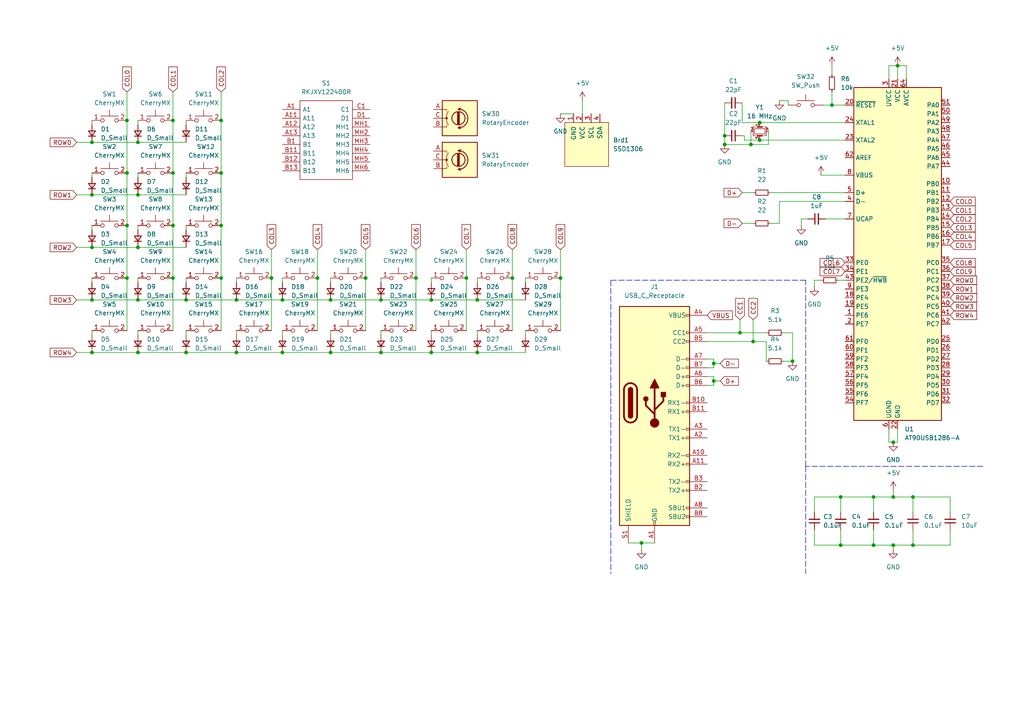
<source format=kicad_sch>
(kicad_sch (version 20211123) (generator eeschema)
  (paper "A4")
  (lib_symbols
    (symbol "CherryMX:CherryMX" (pin_names (offset 0.254))
      (property "Reference" "SW" (at 2.54 3.175 0))
      (property "Value" "CherryMX" (at 0 -1.905 0))
      (symbol "CherryMX_1_1"
        (pin passive line (at -5.08 0 0) (length 2.54) (name "~") (number "1"))
        (pin passive line (at 5.08 0 180) (length 2.54) (name "~") (number "2"))
      )
    )
    (symbol "Connector:USB_C_Receptacle" (pin_names (offset 1.016))
      (property "Reference" "J" (at -10.16 29.21 0))
      (property "Value" "USB_C_Receptacle" (at 10.16 29.21 0))
      (symbol "USB_C_Receptacle_1_1"
        (pin passive line (at 0 -40.64 90) (length 5.08) (name "GND") (number "A1"))
        (pin bidirectional line (at 15.24 -15.24 180) (length 5.08) (name "RX2-") (number "A10"))
        (pin bidirectional line (at 15.24 -17.78 180) (length 5.08) (name "RX2+") (number "A11"))
        (pin passive line (at 0 -40.64 90) (length 5.08) hide (name "GND") (number "A12"))
        (pin bidirectional line (at 15.24 -10.16 180) (length 5.08) (name "TX1+") (number "A2"))
        (pin bidirectional line (at 15.24 -7.62 180) (length 5.08) (name "TX1-") (number "A3"))
        (pin passive line (at 15.24 25.4 180) (length 5.08) (name "VBUS") (number "A4"))
        (pin bidirectional line (at 15.24 20.32 180) (length 5.08) (name "CC1") (number "A5"))
        (pin bidirectional line (at 15.24 7.62 180) (length 5.08) (name "D+") (number "A6"))
        (pin bidirectional line (at 15.24 12.7 180) (length 5.08) (name "D-") (number "A7"))
        (pin bidirectional line (at 15.24 -30.48 180) (length 5.08) (name "SBU1") (number "A8"))
        (pin passive line (at 15.24 25.4 180) (length 5.08) hide (name "VBUS") (number "A9"))
        (pin passive line (at 0 -40.64 90) (length 5.08) hide (name "GND") (number "B1"))
        (pin bidirectional line (at 15.24 0 180) (length 5.08) (name "RX1-") (number "B10"))
        (pin bidirectional line (at 15.24 -2.54 180) (length 5.08) (name "RX1+") (number "B11"))
        (pin passive line (at 0 -40.64 90) (length 5.08) hide (name "GND") (number "B12"))
        (pin bidirectional line (at 15.24 -25.4 180) (length 5.08) (name "TX2+") (number "B2"))
        (pin bidirectional line (at 15.24 -22.86 180) (length 5.08) (name "TX2-") (number "B3"))
        (pin passive line (at 15.24 25.4 180) (length 5.08) hide (name "VBUS") (number "B4"))
        (pin bidirectional line (at 15.24 17.78 180) (length 5.08) (name "CC2") (number "B5"))
        (pin bidirectional line (at 15.24 5.08 180) (length 5.08) (name "D+") (number "B6"))
        (pin bidirectional line (at 15.24 10.16 180) (length 5.08) (name "D-") (number "B7"))
        (pin bidirectional line (at 15.24 -33.02 180) (length 5.08) (name "SBU2") (number "B8"))
        (pin passive line (at 15.24 25.4 180) (length 5.08) hide (name "VBUS") (number "B9"))
        (pin passive line (at -7.62 -40.64 90) (length 5.08) (name "SHIELD") (number "S1"))
      )
    )
    (symbol "Device:C_Small" (pin_numbers hide) (pin_names (offset 0.254) hide)
      (property "Reference" "C" (at 0.254 1.778 0))
      (property "Value" "C_Small" (at 0.254 -2.032 0))
      (symbol "C_Small_1_1"
        (pin passive line (at 0 2.54 270) (length 2.032) (name "~") (number "1"))
        (pin passive line (at 0 -2.54 90) (length 2.032) (name "~") (number "2"))
      )
    )
    (symbol "Device:Crystal_GND24_Small" (pin_names (offset 1.016) hide)
      (property "Reference" "Y" (at 1.27 4.445 0))
      (property "Value" "Crystal_GND24_Small" (at 1.27 2.54 0))
      (symbol "Crystal_GND24_Small_1_1"
        (pin passive line (at -2.54 0 0) (length 1.27) (name "1") (number "1"))
        (pin passive line (at 0 -2.54 90) (length 0.635) (name "2") (number "2"))
        (pin passive line (at 2.54 0 180) (length 1.27) (name "3") (number "3"))
        (pin passive line (at 0 2.54 270) (length 0.635) (name "4") (number "4"))
      )
    )
    (symbol "Device:D_Small" (pin_numbers hide) (pin_names (offset 0.254) hide)
      (property "Reference" "D" (at -1.27 2.032 0))
      (property "Value" "D_Small" (at -3.81 -2.032 0))
      (symbol "D_Small_1_1"
        (pin passive line (at -2.54 0 0) (length 1.778) (name "K") (number "1"))
        (pin passive line (at 2.54 0 180) (length 1.778) (name "A") (number "2"))
      )
    )
    (symbol "Device:R_Small" (pin_numbers hide) (pin_names (offset 0.254) hide)
      (property "Reference" "R" (at 0.762 0.508 0))
      (property "Value" "R_Small" (at 0.762 -1.016 0))
      (symbol "R_Small_1_1"
        (pin passive line (at 0 2.54 270) (length 0.762) (name "~") (number "1"))
        (pin passive line (at 0 -2.54 90) (length 0.762) (name "~") (number "2"))
      )
    )
    (symbol "Device:RotaryEncoder" (pin_names (offset 0.254) hide)
      (property "Reference" "SW" (at 0 6.604 0))
      (property "Value" "RotaryEncoder" (at 0 -6.604 0))
      (symbol "RotaryEncoder_1_1"
        (pin passive line (at -7.62 2.54 0) (length 2.54) (name "A") (number "A"))
        (pin passive line (at -7.62 -2.54 0) (length 2.54) (name "B") (number "B"))
        (pin passive line (at -7.62 0 0) (length 2.54) (name "C") (number "C"))
      )
    )
    (symbol "MCU_Microchip_AVR:AT90USB1286-A"
      (property "Reference" "U" (at -12.7 49.53 0))
      (property "Value" "AT90USB1286-A" (at 2.54 -49.53 0))
      (symbol "AT90USB1286-A_1_1"
        (pin bidirectional line (at -15.24 -17.78 0) (length 2.54) (name "PE6") (number "1"))
        (pin bidirectional line (at 15.24 20.32 180) (length 2.54) (name "PB0") (number "10"))
        (pin bidirectional line (at 15.24 17.78 180) (length 2.54) (name "PB1") (number "11"))
        (pin bidirectional line (at 15.24 15.24 180) (length 2.54) (name "PB2") (number "12"))
        (pin bidirectional line (at 15.24 12.7 180) (length 2.54) (name "PB3") (number "13"))
        (pin bidirectional line (at 15.24 10.16 180) (length 2.54) (name "PB4") (number "14"))
        (pin bidirectional line (at 15.24 7.62 180) (length 2.54) (name "PB5") (number "15"))
        (pin bidirectional line (at 15.24 5.08 180) (length 2.54) (name "PB6") (number "16"))
        (pin bidirectional line (at 15.24 2.54 180) (length 2.54) (name "PB7") (number "17"))
        (pin bidirectional line (at -15.24 -12.7 0) (length 2.54) (name "PE4") (number "18"))
        (pin bidirectional line (at -15.24 -15.24 0) (length 2.54) (name "PE5") (number "19"))
        (pin bidirectional line (at -15.24 -20.32 0) (length 2.54) (name "PE7") (number "2"))
        (pin input line (at -15.24 43.18 0) (length 2.54) (name "~{RESET}") (number "20"))
        (pin power_in line (at 0 50.8 270) (length 2.54) (name "VCC") (number "21"))
        (pin power_in line (at 0 -50.8 90) (length 2.54) (name "GND") (number "22"))
        (pin output line (at -15.24 33.02 0) (length 2.54) (name "XTAL2") (number "23"))
        (pin input line (at -15.24 38.1 0) (length 2.54) (name "XTAL1") (number "24"))
        (pin bidirectional line (at 15.24 -25.4 180) (length 2.54) (name "PD0") (number "25"))
        (pin bidirectional line (at 15.24 -27.94 180) (length 2.54) (name "PD1") (number "26"))
        (pin bidirectional line (at 15.24 -30.48 180) (length 2.54) (name "PD2") (number "27"))
        (pin bidirectional line (at 15.24 -33.02 180) (length 2.54) (name "PD3") (number "28"))
        (pin bidirectional line (at 15.24 -35.56 180) (length 2.54) (name "PD4") (number "29"))
        (pin power_in line (at -2.54 50.8 270) (length 2.54) (name "UVCC") (number "3"))
        (pin bidirectional line (at 15.24 -38.1 180) (length 2.54) (name "PD5") (number "30"))
        (pin bidirectional line (at 15.24 -40.64 180) (length 2.54) (name "PD6") (number "31"))
        (pin bidirectional line (at 15.24 -43.18 180) (length 2.54) (name "PD7") (number "32"))
        (pin bidirectional line (at -15.24 -2.54 0) (length 2.54) (name "PE0") (number "33"))
        (pin bidirectional line (at -15.24 -5.08 0) (length 2.54) (name "PE1") (number "34"))
        (pin bidirectional line (at 15.24 -2.54 180) (length 2.54) (name "PC0") (number "35"))
        (pin bidirectional line (at 15.24 -5.08 180) (length 2.54) (name "PC1") (number "36"))
        (pin bidirectional line (at 15.24 -7.62 180) (length 2.54) (name "PC2") (number "37"))
        (pin bidirectional line (at 15.24 -10.16 180) (length 2.54) (name "PC3") (number "38"))
        (pin bidirectional line (at 15.24 -12.7 180) (length 2.54) (name "PC4") (number "39"))
        (pin bidirectional line (at -15.24 15.24 0) (length 2.54) (name "D-") (number "4"))
        (pin bidirectional line (at 15.24 -15.24 180) (length 2.54) (name "PC5") (number "40"))
        (pin bidirectional line (at 15.24 -17.78 180) (length 2.54) (name "PC6") (number "41"))
        (pin bidirectional line (at 15.24 -20.32 180) (length 2.54) (name "PC7") (number "42"))
        (pin bidirectional line (at -15.24 -7.62 0) (length 2.54) (name "PE2/~{HWB}") (number "43"))
        (pin bidirectional line (at 15.24 25.4 180) (length 2.54) (name "PA7") (number "44"))
        (pin bidirectional line (at 15.24 27.94 180) (length 2.54) (name "PA6") (number "45"))
        (pin bidirectional line (at 15.24 30.48 180) (length 2.54) (name "PA5") (number "46"))
        (pin bidirectional line (at 15.24 33.02 180) (length 2.54) (name "PA4") (number "47"))
        (pin bidirectional line (at 15.24 35.56 180) (length 2.54) (name "PA3") (number "48"))
        (pin bidirectional line (at 15.24 38.1 180) (length 2.54) (name "PA2") (number "49"))
        (pin bidirectional line (at -15.24 17.78 0) (length 2.54) (name "D+") (number "5"))
        (pin bidirectional line (at 15.24 40.64 180) (length 2.54) (name "PA1") (number "50"))
        (pin bidirectional line (at 15.24 43.18 180) (length 2.54) (name "PA0") (number "51"))
        (pin passive line (at 0 50.8 270) (length 2.54) hide (name "VCC") (number "52"))
        (pin passive line (at 0 -50.8 90) (length 2.54) hide (name "GND") (number "53"))
        (pin bidirectional line (at -15.24 -43.18 0) (length 2.54) (name "PF7") (number "54"))
        (pin bidirectional line (at -15.24 -40.64 0) (length 2.54) (name "PF6") (number "55"))
        (pin bidirectional line (at -15.24 -38.1 0) (length 2.54) (name "PF5") (number "56"))
        (pin bidirectional line (at -15.24 -35.56 0) (length 2.54) (name "PF4") (number "57"))
        (pin bidirectional line (at -15.24 -33.02 0) (length 2.54) (name "PF3") (number "58"))
        (pin bidirectional line (at -15.24 -30.48 0) (length 2.54) (name "PF2") (number "59"))
        (pin power_in line (at -2.54 -50.8 90) (length 2.54) (name "UGND") (number "6"))
        (pin bidirectional line (at -15.24 -27.94 0) (length 2.54) (name "PF1") (number "60"))
        (pin bidirectional line (at -15.24 -25.4 0) (length 2.54) (name "PF0") (number "61"))
        (pin passive line (at -15.24 27.94 0) (length 2.54) (name "AREF") (number "62"))
        (pin passive line (at 0 -50.8 90) (length 2.54) hide (name "GND") (number "63"))
        (pin power_in line (at 2.54 50.8 270) (length 2.54) (name "AVCC") (number "64"))
        (pin passive line (at -15.24 10.16 0) (length 2.54) (name "UCAP") (number "7"))
        (pin input line (at -15.24 22.86 0) (length 2.54) (name "VBUS") (number "8"))
        (pin bidirectional line (at -15.24 -10.16 0) (length 2.54) (name "PE3") (number "9"))
      )
    )
    (symbol "SSD1306-128x64_OLED:SSD1306" (pin_names (offset 1.016))
      (property "Reference" "Brd" (at 0 -3.81 0))
      (property "Value" "SSD1306" (at 0 -1.27 0))
      (symbol "SSD1306_1_1"
        (pin input line (at -3.81 8.89 270) (length 2.54) (name "GND") (number "1"))
        (pin input line (at -1.27 8.89 270) (length 2.54) (name "VCC") (number "2"))
        (pin input line (at 1.27 8.89 270) (length 2.54) (name "SCL") (number "3"))
        (pin input line (at 3.81 8.89 270) (length 2.54) (name "SDA") (number "4"))
      )
    )
    (symbol "SamacSys_Parts:RKJXV122400R" (pin_names (offset 0.762))
      (property "Reference" "S" (at 21.59 7.62 0))
      (property "Value" "RKJXV122400R" (at 21.59 5.08 0))
      (symbol "RKJXV122400R_0_0"
        (pin passive line (at 0 0 0) (length 5.08) (name "A1") (number "A1"))
        (pin passive line (at 0 -2.54 0) (length 5.08) (name "A11") (number "A11"))
        (pin passive line (at 0 -5.08 0) (length 5.08) (name "A12") (number "A12"))
        (pin passive line (at 0 -7.62 0) (length 5.08) (name "A13") (number "A13"))
        (pin passive line (at 0 -10.16 0) (length 5.08) (name "B1") (number "B1"))
        (pin passive line (at 0 -12.7 0) (length 5.08) (name "B11") (number "B11"))
        (pin passive line (at 0 -15.24 0) (length 5.08) (name "B12") (number "B12"))
        (pin passive line (at 0 -17.78 0) (length 5.08) (name "B13") (number "B13"))
        (pin passive line (at 25.4 0 180) (length 5.08) (name "C1") (number "C1"))
        (pin passive line (at 25.4 -2.54 180) (length 5.08) (name "D1") (number "D1"))
        (pin passive line (at 25.4 -5.08 180) (length 5.08) (name "MH1") (number "MH1"))
        (pin passive line (at 25.4 -7.62 180) (length 5.08) (name "MH2") (number "MH2"))
        (pin passive line (at 25.4 -10.16 180) (length 5.08) (name "MH3") (number "MH3"))
        (pin passive line (at 25.4 -12.7 180) (length 5.08) (name "MH4") (number "MH4"))
        (pin passive line (at 25.4 -15.24 180) (length 5.08) (name "MH5") (number "MH5"))
        (pin passive line (at 25.4 -17.78 180) (length 5.08) (name "MH6") (number "MH6"))
      )
    )
    (symbol "Switch:SW_Push" (pin_numbers hide) (pin_names (offset 1.016) hide)
      (property "Reference" "SW" (at 1.27 2.54 0))
      (property "Value" "SW_Push" (at 0 -1.524 0))
      (symbol "SW_Push_0_1"
        (pin passive line (at -5.08 0 0) (length 2.54) (name "1") (number "1"))
        (pin passive line (at 5.08 0 180) (length 2.54) (name "2") (number "2"))
      )
    )
    (symbol "power:+5V" (power) (pin_names (offset 0))
      (property "Value" "+5V" (at 0 3.556 0))
      (symbol "+5V_1_1"
        (pin power_in line (at 0 0 90) (length 0) hide (name "+5V") (number "1"))
      )
    )
    (symbol "power:GND" (power) (pin_names (offset 0))
      (property "Value" "GND" (at 0 -3.81 0))
      (symbol "GND_1_1"
        (pin power_in line (at 0 0 270) (length 0) hide (name "GND") (number "1"))
      )
    )
  )
  (junction (at 264.795 158.115))
  (junction (at 259.08 128.27))
  (junction (at 217.805 41.91))
  (junction (at 218.44 99.06))
  (junction (at 81.915 86.995))
  (junction (at 125.095 102.235))
  (junction (at 64.135 50.165))
  (junction (at 220.345 35.56))
  (junction (at 53.975 86.995))
  (junction (at 186.055 157.48))
  (junction (at 36.83 65.405))
  (junction (at 64.135 65.405))
  (junction (at 36.83 80.645))
  (junction (at 68.58 102.235))
  (junction (at 264.795 144.145))
  (junction (at 78.74 80.645))
  (junction (at 81.915 102.235))
  (junction (at 207.01 110.49))
  (junction (at 40.005 71.755))
  (junction (at 40.005 102.235))
  (junction (at 138.43 102.235))
  (junction (at 253.365 144.145))
  (junction (at 220.345 40.64))
  (junction (at 26.67 86.995))
  (junction (at 207.01 105.41))
  (junction (at 259.08 144.145))
  (junction (at 68.58 86.995))
  (junction (at 50.165 34.925))
  (junction (at 40.005 41.275))
  (junction (at 241.3 30.48))
  (junction (at 120.65 80.645))
  (junction (at 50.165 80.645))
  (junction (at 135.255 80.645))
  (junction (at 36.83 50.165))
  (junction (at 64.135 80.645))
  (junction (at 253.365 158.115))
  (junction (at 40.005 56.515))
  (junction (at 260.35 19.05))
  (junction (at 125.095 86.995))
  (junction (at 50.165 50.165))
  (junction (at 95.885 86.995))
  (junction (at 40.005 86.995))
  (junction (at 243.84 158.115))
  (junction (at 259.08 158.115))
  (junction (at 92.075 80.645))
  (junction (at 64.135 34.925))
  (junction (at 26.67 102.235))
  (junction (at 26.67 41.275))
  (junction (at 243.84 144.145))
  (junction (at 26.67 56.515))
  (junction (at 148.59 80.645))
  (junction (at 210.185 41.91))
  (junction (at 95.885 102.235))
  (junction (at 162.56 80.645))
  (junction (at 110.49 86.995))
  (junction (at 26.67 71.755))
  (junction (at 138.43 86.995))
  (junction (at 50.165 65.405))
  (junction (at 106.045 80.645))
  (junction (at 110.49 102.235))
  (junction (at 53.975 102.235))
  (junction (at 214.63 96.52))
  (junction (at 210.185 39.37))
  (junction (at 36.83 34.925))
  (junction (at 229.87 104.775))
  (wire (pts (xy 110.49 102.235) (xy 125.095 102.235)))
  (wire (pts (xy 260.35 128.27) (xy 259.08 128.27)))
  (wire (pts (xy 40.005 86.995) (xy 53.975 86.995)))
  (wire (pts (xy 81.915 95.885) (xy 81.915 97.155)))
  (wire (pts (xy 106.045 80.645) (xy 106.045 95.885)))
  (wire (pts (xy 245.11 50.8) (xy 238.125 50.8)))
  (wire (pts (xy 215.9 39.37) (xy 215.9 40.64)))
  (wire (pts (xy 232.41 63.5) (xy 232.41 65.405)))
  (wire (pts (xy 95.885 80.645) (xy 95.885 81.915)))
  (wire (pts (xy 210.185 29.845) (xy 210.185 39.37)))
  (wire (pts (xy 120.65 72.39) (xy 120.65 80.645)))
  (wire (pts (xy 205.105 96.52) (xy 214.63 96.52)))
  (wire (pts (xy 110.49 95.885) (xy 110.49 97.155)))
  (wire (pts (xy 106.045 72.39) (xy 106.045 80.645)))
  (wire (pts (xy 257.81 19.05) (xy 260.35 19.05)))
  (wire (pts (xy 215.265 39.37) (xy 215.9 39.37)))
  (wire (pts (xy 241.3 30.48) (xy 238.76 30.48)))
  (wire (pts (xy 227.33 96.52) (xy 229.87 96.52)))
  (wire (pts (xy 222.885 41.91) (xy 217.805 41.91)))
  (wire (pts (xy 264.795 158.115) (xy 264.795 153.67)))
  (wire (pts (xy 95.885 102.235) (xy 110.49 102.235)))
  (wire (pts (xy 22.225 71.755) (xy 26.67 71.755)))
  (wire (pts (xy 36.83 80.645) (xy 36.83 95.885)))
  (wire (pts (xy 214.63 92.71) (xy 214.63 96.52)))
  (wire (pts (xy 26.67 65.405) (xy 26.67 66.675)))
  (wire (pts (xy 253.365 144.145) (xy 253.365 148.59)))
  (wire (pts (xy 36.83 50.165) (xy 36.83 65.405)))
  (wire (pts (xy 207.01 110.49) (xy 207.01 111.76)))
  (wire (pts (xy 259.08 144.145) (xy 253.365 144.145)))
  (wire (pts (xy 228.6 30.48) (xy 228.6 29.21)))
  (wire (pts (xy 239.395 63.5) (xy 245.11 63.5)))
  (wire (pts (xy 26.67 102.235) (xy 40.005 102.235)))
  (wire (pts (xy 162.56 80.645) (xy 162.56 95.885)))
  (wire (pts (xy 217.805 38.1) (xy 217.805 41.91)))
  (wire (pts (xy 245.11 58.42) (xy 226.06 58.42)))
  (wire (pts (xy 205.105 99.06) (xy 218.44 99.06)))
  (wire (pts (xy 95.885 86.995) (xy 110.49 86.995)))
  (wire (pts (xy 210.185 39.37) (xy 210.185 41.91)))
  (wire (pts (xy 64.135 26.67) (xy 64.135 34.925)))
  (wire (pts (xy 125.095 95.885) (xy 125.095 97.155)))
  (polyline (pts (xy 233.68 81.28) (xy 177.165 81.28)))
  (wire (pts (xy 78.74 72.39) (xy 78.74 80.645)))
  (wire (pts (xy 22.225 41.275) (xy 26.67 41.275)))
  (wire (pts (xy 162.56 72.39) (xy 162.56 80.645)))
  (wire (pts (xy 81.915 102.235) (xy 95.885 102.235)))
  (wire (pts (xy 241.3 19.05) (xy 241.3 21.59)))
  (wire (pts (xy 243.205 81.28) (xy 245.11 81.28)))
  (wire (pts (xy 68.58 80.645) (xy 68.58 81.915)))
  (wire (pts (xy 26.67 41.275) (xy 40.005 41.275)))
  (wire (pts (xy 50.165 80.645) (xy 50.165 95.885)))
  (wire (pts (xy 40.005 71.755) (xy 53.975 71.755)))
  (wire (pts (xy 53.975 95.885) (xy 53.975 97.155)))
  (wire (pts (xy 257.81 124.46) (xy 257.81 128.27)))
  (wire (pts (xy 260.35 19.05) (xy 260.35 22.86)))
  (wire (pts (xy 148.59 72.39) (xy 148.59 80.645)))
  (wire (pts (xy 50.165 26.67) (xy 50.165 34.925)))
  (wire (pts (xy 257.81 22.86) (xy 257.81 19.05)))
  (wire (pts (xy 236.22 81.28) (xy 236.22 83.185)))
  (wire (pts (xy 215.265 55.88) (xy 218.44 55.88)))
  (wire (pts (xy 168.91 29.21) (xy 168.91 33.02)))
  (polyline (pts (xy 285.115 135.255) (xy 233.68 135.255)))
  (wire (pts (xy 53.975 34.925) (xy 53.975 36.195)))
  (wire (pts (xy 26.67 71.755) (xy 40.005 71.755)))
  (wire (pts (xy 92.075 72.39) (xy 92.075 80.645)))
  (wire (pts (xy 205.105 111.76) (xy 207.01 111.76)))
  (wire (pts (xy 162.56 33.02) (xy 166.37 33.02)))
  (wire (pts (xy 53.975 50.165) (xy 53.975 51.435)))
  (wire (pts (xy 40.005 80.645) (xy 40.005 81.915)))
  (wire (pts (xy 223.52 64.77) (xy 226.06 64.77)))
  (wire (pts (xy 186.055 157.48) (xy 189.865 157.48)))
  (wire (pts (xy 264.795 144.145) (xy 264.795 148.59)))
  (wire (pts (xy 205.105 104.14) (xy 207.01 104.14)))
  (wire (pts (xy 68.58 95.885) (xy 68.58 97.155)))
  (wire (pts (xy 215.265 64.77) (xy 218.44 64.77)))
  (wire (pts (xy 222.885 38.1) (xy 222.885 41.91)))
  (wire (pts (xy 138.43 95.885) (xy 138.43 97.155)))
  (wire (pts (xy 26.67 50.165) (xy 26.67 51.435)))
  (polyline (pts (xy 233.68 135.255) (xy 233.68 81.28)))
  (wire (pts (xy 22.225 56.515) (xy 26.67 56.515)))
  (polyline (pts (xy 233.68 135.255) (xy 233.68 166.37)))
  (wire (pts (xy 241.3 26.67) (xy 241.3 30.48)))
  (wire (pts (xy 26.67 34.925) (xy 26.67 36.195)))
  (wire (pts (xy 264.795 144.145) (xy 275.59 144.145)))
  (wire (pts (xy 53.975 86.995) (xy 68.58 86.995)))
  (wire (pts (xy 253.365 144.145) (xy 243.84 144.145)))
  (wire (pts (xy 236.22 144.145) (xy 236.22 148.59)))
  (wire (pts (xy 259.08 158.115) (xy 264.795 158.115)))
  (wire (pts (xy 95.885 95.885) (xy 95.885 97.155)))
  (wire (pts (xy 26.67 80.645) (xy 26.67 81.915)))
  (wire (pts (xy 36.83 34.925) (xy 36.83 50.165)))
  (wire (pts (xy 215.9 40.64) (xy 220.345 40.64)))
  (wire (pts (xy 207.01 105.41) (xy 208.915 105.41)))
  (wire (pts (xy 125.095 86.995) (xy 138.43 86.995)))
  (wire (pts (xy 120.65 80.645) (xy 120.65 95.885)))
  (wire (pts (xy 220.345 35.56) (xy 245.11 35.56)))
  (wire (pts (xy 222.25 99.06) (xy 222.25 104.775)))
  (wire (pts (xy 243.84 158.115) (xy 236.22 158.115)))
  (wire (pts (xy 152.4 95.885) (xy 152.4 97.155)))
  (wire (pts (xy 253.365 158.115) (xy 259.08 158.115)))
  (wire (pts (xy 229.87 96.52) (xy 229.87 104.775)))
  (wire (pts (xy 50.165 65.405) (xy 50.165 80.645)))
  (wire (pts (xy 40.005 50.165) (xy 40.005 51.435)))
  (wire (pts (xy 260.35 124.46) (xy 260.35 128.27)))
  (wire (pts (xy 81.915 80.645) (xy 81.915 81.915)))
  (wire (pts (xy 227.33 104.775) (xy 229.87 104.775)))
  (wire (pts (xy 243.84 144.145) (xy 236.22 144.145)))
  (wire (pts (xy 50.165 34.925) (xy 50.165 50.165)))
  (wire (pts (xy 135.255 72.39) (xy 135.255 80.645)))
  (wire (pts (xy 264.795 158.115) (xy 275.59 158.115)))
  (wire (pts (xy 262.89 19.05) (xy 260.35 19.05)))
  (wire (pts (xy 243.84 153.67) (xy 243.84 158.115)))
  (wire (pts (xy 262.89 22.86) (xy 262.89 19.05)))
  (wire (pts (xy 205.105 109.22) (xy 207.01 109.22)))
  (wire (pts (xy 214.63 96.52) (xy 222.25 96.52)))
  (wire (pts (xy 138.43 102.235) (xy 152.4 102.235)))
  (wire (pts (xy 53.975 65.405) (xy 53.975 66.675)))
  (wire (pts (xy 218.44 99.06) (xy 222.25 99.06)))
  (wire (pts (xy 218.44 92.71) (xy 218.44 99.06)))
  (wire (pts (xy 182.245 157.48) (xy 186.055 157.48)))
  (wire (pts (xy 22.225 102.235) (xy 26.67 102.235)))
  (wire (pts (xy 36.83 26.67) (xy 36.83 34.925)))
  (wire (pts (xy 36.83 65.405) (xy 36.83 80.645)))
  (wire (pts (xy 275.59 158.115) (xy 275.59 153.67)))
  (wire (pts (xy 215.265 29.845) (xy 215.265 35.56)))
  (wire (pts (xy 81.915 86.995) (xy 95.885 86.995)))
  (wire (pts (xy 259.08 142.24) (xy 259.08 144.145)))
  (wire (pts (xy 50.165 50.165) (xy 50.165 65.405)))
  (wire (pts (xy 228.6 29.21) (xy 226.06 29.21)))
  (wire (pts (xy 257.81 128.27) (xy 259.08 128.27)))
  (wire (pts (xy 26.67 95.885) (xy 26.67 97.155)))
  (wire (pts (xy 64.135 50.165) (xy 64.135 65.405)))
  (wire (pts (xy 26.67 86.995) (xy 40.005 86.995)))
  (wire (pts (xy 220.345 40.64) (xy 245.11 40.64)))
  (wire (pts (xy 40.005 102.235) (xy 53.975 102.235)))
  (wire (pts (xy 68.58 102.235) (xy 81.915 102.235)))
  (wire (pts (xy 253.365 158.115) (xy 253.365 153.67)))
  (wire (pts (xy 138.43 86.995) (xy 152.4 86.995)))
  (wire (pts (xy 226.06 58.42) (xy 226.06 64.77)))
  (wire (pts (xy 207.01 104.14) (xy 207.01 105.41)))
  (wire (pts (xy 234.315 63.5) (xy 232.41 63.5)))
  (wire (pts (xy 259.08 144.145) (xy 264.795 144.145)))
  (polyline (pts (xy 177.165 81.28) (xy 177.165 166.37)))
  (wire (pts (xy 40.005 41.275) (xy 53.975 41.275)))
  (wire (pts (xy 275.59 144.145) (xy 275.59 148.59)))
  (wire (pts (xy 26.67 56.515) (xy 40.005 56.515)))
  (wire (pts (xy 68.58 86.995) (xy 81.915 86.995)))
  (wire (pts (xy 152.4 80.645) (xy 152.4 81.915)))
  (wire (pts (xy 40.005 95.885) (xy 40.005 97.155)))
  (wire (pts (xy 53.975 80.645) (xy 53.975 81.915)))
  (wire (pts (xy 64.135 65.405) (xy 64.135 80.645)))
  (wire (pts (xy 148.59 80.645) (xy 148.59 95.885)))
  (wire (pts (xy 243.84 158.115) (xy 253.365 158.115)))
  (wire (pts (xy 138.43 80.645) (xy 138.43 81.915)))
  (wire (pts (xy 40.005 56.515) (xy 53.975 56.515)))
  (wire (pts (xy 207.01 110.49) (xy 208.915 110.49)))
  (wire (pts (xy 236.22 158.115) (xy 236.22 153.67)))
  (wire (pts (xy 238.125 81.28) (xy 236.22 81.28)))
  (wire (pts (xy 243.84 144.145) (xy 243.84 148.59)))
  (wire (pts (xy 207.01 105.41) (xy 207.01 106.68)))
  (wire (pts (xy 64.135 34.925) (xy 64.135 50.165)))
  (wire (pts (xy 92.075 80.645) (xy 92.075 95.885)))
  (wire (pts (xy 125.095 80.645) (xy 125.095 81.915)))
  (wire (pts (xy 40.005 34.925) (xy 40.005 36.195)))
  (wire (pts (xy 207.01 109.22) (xy 207.01 110.49)))
  (wire (pts (xy 64.135 80.645) (xy 64.135 95.885)))
  (wire (pts (xy 223.52 55.88) (xy 245.11 55.88)))
  (wire (pts (xy 217.805 41.91) (xy 210.185 41.91)))
  (wire (pts (xy 110.49 86.995) (xy 125.095 86.995)))
  (wire (pts (xy 241.3 30.48) (xy 245.11 30.48)))
  (wire (pts (xy 40.005 65.405) (xy 40.005 66.675)))
  (wire (pts (xy 215.265 35.56) (xy 220.345 35.56)))
  (wire (pts (xy 186.055 157.48) (xy 186.055 159.385)))
  (wire (pts (xy 125.095 102.235) (xy 138.43 102.235)))
  (wire (pts (xy 259.08 158.115) (xy 259.08 159.385)))
  (wire (pts (xy 135.255 80.645) (xy 135.255 95.885)))
  (wire (pts (xy 22.225 86.995) (xy 26.67 86.995)))
  (wire (pts (xy 110.49 80.645) (xy 110.49 81.915)))
  (wire (pts (xy 207.01 106.68) (xy 205.105 106.68)))
  (wire (pts (xy 78.74 80.645) (xy 78.74 95.885)))
  (wire (pts (xy 53.975 102.235) (xy 68.58 102.235)))
  (global_label "ROW4" (shape input) (at 22.225 102.235 180) (property "Intersheet References" "${INTERSHEET_REFS}" (effects hide)))
  (global_label "ROW2" (shape input) (at 275.59 86.36 0) (property "Intersheet References" "${INTERSHEET_REFS}" (effects hide)))
  (global_label "COL3" (shape input) (at 275.59 66.04 0) (property "Intersheet References" "${INTERSHEET_REFS}" (effects hide)))
  (global_label "COL9" (shape input) (at 275.59 78.74 0) (property "Intersheet References" "${INTERSHEET_REFS}" (effects hide)))
  (global_label "COL4" (shape input) (at 275.59 68.58 0) (property "Intersheet References" "${INTERSHEET_REFS}" (effects hide)))
  (global_label "COL9" (shape input) (at 162.56 72.39 90) (property "Intersheet References" "${INTERSHEET_REFS}" (effects hide)))
  (global_label "COL1" (shape input) (at 275.59 60.96 0) (property "Intersheet References" "${INTERSHEET_REFS}" (effects hide)))
  (global_label "COL6" (shape input) (at 120.65 72.39 90) (property "Intersheet References" "${INTERSHEET_REFS}" (effects hide)))
  (global_label "VBUS" (shape input) (at 205.105 91.44 0) (property "Intersheet References" "${INTERSHEET_REFS}" (effects hide)))
  (global_label "COL2" (shape input) (at 64.135 26.67 90) (property "Intersheet References" "${INTERSHEET_REFS}" (effects hide)))
  (global_label "ROW0" (shape input) (at 22.225 41.275 180) (property "Intersheet References" "${INTERSHEET_REFS}" (effects hide)))
  (global_label "D-" (shape input) (at 215.265 64.77 180) (property "Intersheet References" "${INTERSHEET_REFS}" (effects hide)))
  (global_label "D+" (shape input) (at 215.265 55.88 180) (property "Intersheet References" "${INTERSHEET_REFS}" (effects hide)))
  (global_label "COL0" (shape input) (at 36.83 26.67 90) (property "Intersheet References" "${INTERSHEET_REFS}" (effects hide)))
  (global_label "ROW3" (shape input) (at 275.59 88.9 0) (property "Intersheet References" "${INTERSHEET_REFS}" (effects hide)))
  (global_label "COL4" (shape input) (at 92.075 72.39 90) (property "Intersheet References" "${INTERSHEET_REFS}" (effects hide)))
  (global_label "COL0" (shape input) (at 275.59 58.42 0) (property "Intersheet References" "${INTERSHEET_REFS}" (effects hide)))
  (global_label "D-" (shape input) (at 208.915 105.41 0) (property "Intersheet References" "${INTERSHEET_REFS}" (effects hide)))
  (global_label "COL7" (shape input) (at 245.11 78.74 180) (property "Intersheet References" "${INTERSHEET_REFS}" (effects hide)))
  (global_label "ROW3" (shape input) (at 22.225 86.995 180) (property "Intersheet References" "${INTERSHEET_REFS}" (effects hide)))
  (global_label "COL6" (shape input) (at 245.11 76.2 180) (property "Intersheet References" "${INTERSHEET_REFS}" (effects hide)))
  (global_label "CC2" (shape input) (at 218.44 92.71 90) (property "Intersheet References" "${INTERSHEET_REFS}" (effects hide)))
  (global_label "COL8" (shape input) (at 148.59 72.39 90) (property "Intersheet References" "${INTERSHEET_REFS}" (effects hide)))
  (global_label "D+" (shape input) (at 208.915 110.49 0) (property "Intersheet References" "${INTERSHEET_REFS}" (effects hide)))
  (global_label "COL7" (shape input) (at 135.255 72.39 90) (property "Intersheet References" "${INTERSHEET_REFS}" (effects hide)))
  (global_label "COL2" (shape input) (at 275.59 63.5 0) (property "Intersheet References" "${INTERSHEET_REFS}" (effects hide)))
  (global_label "COL5" (shape input) (at 106.045 72.39 90) (property "Intersheet References" "${INTERSHEET_REFS}" (effects hide)))
  (global_label "ROW1" (shape input) (at 22.225 56.515 180) (property "Intersheet References" "${INTERSHEET_REFS}" (effects hide)))
  (global_label "ROW0" (shape input) (at 275.59 81.28 0) (property "Intersheet References" "${INTERSHEET_REFS}" (effects hide)))
  (global_label "ROW4" (shape input) (at 275.59 91.44 0) (property "Intersheet References" "${INTERSHEET_REFS}" (effects hide)))
  (global_label "COL5" (shape input) (at 275.59 71.12 0) (property "Intersheet References" "${INTERSHEET_REFS}" (effects hide)))
  (global_label "ROW1" (shape input) (at 275.59 83.82 0) (property "Intersheet References" "${INTERSHEET_REFS}" (effects hide)))
  (global_label "COL3" (shape input) (at 78.74 72.39 90) (property "Intersheet References" "${INTERSHEET_REFS}" (effects hide)))
  (global_label "CC1" (shape input) (at 214.63 92.71 90) (property "Intersheet References" "${INTERSHEET_REFS}" (effects hide)))
  (global_label "COL8" (shape input) (at 275.59 76.2 0) (property "Intersheet References" "${INTERSHEET_REFS}" (effects hide)))
  (global_label "COL1" (shape input) (at 50.165 26.67 90) (property "Intersheet References" "${INTERSHEET_REFS}" (effects hide)))
  (global_label "ROW2" (shape input) (at 22.225 71.755 180) (property "Intersheet References" "${INTERSHEET_REFS}" (effects hide)))
  (symbol (lib_id "Device:C_Small") (at 212.725 29.845 270) (unit 1)
    (property "Reference" "C1" (at 212.7186 23.495 90))
    (property "Value" "22pF" (at 212.7186 26.035 90))
    (property "Footprint" "Capacitor_SMD:C_0805_2012Metric" (effects hide))
  )
  (symbol (lib_id "CherryMX:CherryMX") (at 157.48 95.885 0) (unit 1)
    (property "Reference" "SW29" (at 157.48 88.265 0))
    (property "Value" "CherryMX" (at 157.48 90.805 0))
    (property "Footprint" "MX_Only:MXOnly-1U" (effects hide))
  )
  (symbol (lib_id "CherryMX:CherryMX") (at 45.085 95.885 0) (unit 1)
    (property "Reference" "SW10" (at 45.085 88.265 0))
    (property "Value" "CherryMX" (at 45.085 90.805 0))
    (property "Footprint" "MX_Only:MXOnly-1U" (effects hide))
  )
  (symbol (lib_id "CherryMX:CherryMX") (at 143.51 95.885 0) (unit 1)
    (property "Reference" "SW27" (at 143.51 88.265 0))
    (property "Value" "CherryMX" (at 143.51 90.805 0))
    (property "Footprint" "MX_Only:MXOnly-1U" (effects hide))
  )
  (symbol (lib_id "Device:R_Small") (at 220.98 64.77 90) (unit 1)
    (property "Reference" "R2" (at 220.98 58.42 90))
    (property "Value" "22" (at 220.98 60.96 90))
    (property "Footprint" "Resistor_SMD:R_0805_2012Metric" (effects hide))
  )
  (symbol (lib_id "CherryMX:CherryMX") (at 100.965 95.885 0) (unit 1)
    (property "Reference" "SW21" (at 100.965 88.265 0))
    (property "Value" "CherryMX" (at 100.965 90.805 0))
    (property "Footprint" "MX_Only:MXOnly-1U" (effects hide))
  )
  (symbol (lib_id "CherryMX:CherryMX") (at 31.75 95.885 0) (unit 1)
    (property "Reference" "SW5" (at 31.75 88.265 0))
    (property "Value" "CherryMX" (at 31.75 90.805 0))
    (property "Footprint" "MX_Only:MXOnly-1U" (effects hide))
  )
  (symbol (lib_id "power:+5V") (at 260.35 19.05 0) (unit 1)
    (property "Reference" "#PWR0103" (effects hide))
    (property "Value" "+5V" (at 260.35 13.97 0))
  )
  (symbol (lib_id "Connector:USB_C_Receptacle") (at 189.865 116.84 0) (unit 1)
    (property "Reference" "J1" (at 189.865 83.185 0))
    (property "Value" "USB_C_Receptacle" (at 189.865 85.725 0))
    (property "Footprint" "Connector_USB:USB_C_Receptacle_Amphenol_12401548E4-2A" (effects hide))
    (property "Datasheet" "https://www.usb.org/sites/default/files/documents/usb_type-c.zip" (effects hide))
  )
  (symbol (lib_id "CherryMX:CherryMX") (at 115.57 80.645 0) (unit 1)
    (property "Reference" "SW22" (at 115.57 73.025 0))
    (property "Value" "CherryMX" (at 115.57 75.565 0))
    (property "Footprint" "MX_Only:MXOnly-1U" (effects hide))
  )
  (symbol (lib_id "CherryMX:CherryMX") (at 59.055 95.885 0) (unit 1)
    (property "Reference" "SW15" (at 59.055 88.265 0))
    (property "Value" "CherryMX" (at 59.055 90.805 0))
    (property "Footprint" "MX_Only:MXOnly-1U" (effects hide))
  )
  (symbol (lib_id "power:GND") (at 259.08 128.27 0) (unit 1)
    (property "Reference" "#PWR0104" (effects hide))
    (property "Value" "GND" (at 259.08 133.35 0))
  )
  (symbol (lib_id "power:GND") (at 229.87 104.775 0) (unit 1)
    (property "Reference" "#PWR0111" (effects hide))
    (property "Value" "GND" (at 229.87 109.855 0))
  )
  (symbol (lib_id "Device:C_Small") (at 236.22 151.13 180) (unit 1)
    (property "Reference" "C3" (at 238.76 149.8535 0) (effects (justify right)))
    (property "Value" "0.1uF" (at 238.76 152.3935 0) (effects (justify right)))
    (property "Footprint" "Capacitor_SMD:C_0805_2012Metric" (effects hide))
  )
  (symbol (lib_id "Device:D_Small") (at 53.975 53.975 90) (unit 1)
    (property "Reference" "D12" (at 56.515 52.7049 90) (effects (justify right)))
    (property "Value" "D_Small" (at 56.515 55.2449 90) (effects (justify right)))
    (property "Footprint" "Diode_SMD:D_SOD-123" (effects hide))
  )
  (symbol (lib_id "Device:C_Small") (at 264.795 151.13 180) (unit 1)
    (property "Reference" "C6" (at 267.97 149.8535 0) (effects (justify right)))
    (property "Value" "0.1uF" (at 267.97 152.3935 0) (effects (justify right)))
    (property "Footprint" "Capacitor_SMD:C_0805_2012Metric" (effects hide))
  )
  (symbol (lib_id "Device:D_Small") (at 53.975 38.735 90) (unit 1)
    (property "Reference" "D11" (at 56.515 37.4649 90) (effects (justify right)))
    (property "Value" "D_Small" (at 56.515 40.0049 90) (effects (justify right)))
    (property "Footprint" "Diode_SMD:D_SOD-123" (effects hide))
  )
  (symbol (lib_id "Device:Crystal_GND24_Small") (at 220.345 38.1 270) (unit 1)
    (property "Reference" "Y1" (at 220.345 31.115 90))
    (property "Value" "16 MHz" (at 220.345 33.655 90))
    (property "Footprint" "Crystal:Crystal_SMD_3225-4Pin_3.2x2.5mm" (effects hide))
  )
  (symbol (lib_id "Device:D_Small") (at 125.095 99.695 90) (unit 1)
    (property "Reference" "D25" (at 127.635 98.4249 90) (effects (justify right)))
    (property "Value" "D_Small" (at 127.635 100.9649 90) (effects (justify right)))
    (property "Footprint" "Diode_SMD:D_SOD-123" (effects hide))
  )
  (symbol (lib_id "Device:D_Small") (at 81.915 99.695 90) (unit 1)
    (property "Reference" "D19" (at 84.455 98.4249 90) (effects (justify right)))
    (property "Value" "D_Small" (at 84.455 100.9649 90) (effects (justify right)))
    (property "Footprint" "Diode_SMD:D_SOD-123" (effects hide))
  )
  (symbol (lib_id "Device:D_Small") (at 125.095 84.455 90) (unit 1)
    (property "Reference" "D24" (at 127.635 83.1849 90) (effects (justify right)))
    (property "Value" "D_Small" (at 127.635 85.7249 90) (effects (justify right)))
    (property "Footprint" "Diode_SMD:D_SOD-123" (effects hide))
  )
  (symbol (lib_id "Device:R_Small") (at 241.3 24.13 0) (unit 1)
    (property "Reference" "R6" (at 243.84 22.8599 0) (effects (justify left)))
    (property "Value" "10k" (at 243.84 25.3999 0) (effects (justify left)))
    (property "Footprint" "Resistor_SMD:R_0805_2012Metric" (effects hide))
  )
  (symbol (lib_id "Device:D_Small") (at 81.915 84.455 90) (unit 1)
    (property "Reference" "D18" (at 84.455 83.1849 90) (effects (justify right)))
    (property "Value" "D_Small" (at 84.455 85.7249 90) (effects (justify right)))
    (property "Footprint" "Diode_SMD:D_SOD-123" (effects hide))
  )
  (symbol (lib_id "power:GND") (at 226.06 29.21 0) (unit 1)
    (property "Reference" "#PWR0102" (effects hide))
    (property "Value" "GND" (at 226.06 34.29 0))
  )
  (symbol (lib_id "Device:D_Small") (at 138.43 99.695 90) (unit 1)
    (property "Reference" "D27" (at 140.97 98.4249 90) (effects (justify right)))
    (property "Value" "D_Small" (at 140.97 100.9649 90) (effects (justify right)))
    (property "Footprint" "Diode_SMD:D_SOD-123" (effects hide))
  )
  (symbol (lib_id "CherryMX:CherryMX") (at 45.085 65.405 0) (unit 1)
    (property "Reference" "SW8" (at 45.085 57.785 0))
    (property "Value" "CherryMX" (at 45.085 60.325 0))
    (property "Footprint" "MX_Only:MXOnly-1U" (effects hide))
  )
  (symbol (lib_id "Device:C_Small") (at 253.365 151.13 180) (unit 1)
    (property "Reference" "C5" (at 256.54 149.8535 0) (effects (justify right)))
    (property "Value" "0.1uF" (at 256.54 152.3935 0) (effects (justify right)))
    (property "Footprint" "Capacitor_SMD:C_0805_2012Metric" (effects hide))
  )
  (symbol (lib_id "power:+5V") (at 168.91 29.21 0) (unit 1)
    (property "Reference" "#PWR0113" (effects hide))
    (property "Value" "+5V" (at 168.91 24.13 0))
  )
  (symbol (lib_id "Device:D_Small") (at 110.49 99.695 90) (unit 1)
    (property "Reference" "D23" (at 113.03 98.4249 90) (effects (justify right)))
    (property "Value" "D_Small" (at 113.03 100.9649 90) (effects (justify right)))
    (property "Footprint" "Diode_SMD:D_SOD-123" (effects hide))
  )
  (symbol (lib_id "power:+5V") (at 238.125 50.8 0) (unit 1)
    (property "Reference" "#PWR0107" (effects hide))
    (property "Value" "+5V" (at 238.125 45.72 0))
  )
  (symbol (lib_id "Device:D_Small") (at 152.4 99.695 90) (unit 1)
    (property "Reference" "D29" (at 154.94 98.4249 90) (effects (justify right)))
    (property "Value" "D_Small" (at 154.94 100.9649 90) (effects (justify right)))
    (property "Footprint" "Diode_SMD:D_SOD-123" (effects hide))
  )
  (symbol (lib_id "CherryMX:CherryMX") (at 59.055 65.405 0) (unit 1)
    (property "Reference" "SW13" (at 59.055 57.785 0))
    (property "Value" "CherryMX" (at 59.055 60.325 0))
    (property "Footprint" "MX_Only:MXOnly-1U" (effects hide))
  )
  (symbol (lib_id "Device:D_Small") (at 40.005 99.695 90) (unit 1)
    (property "Reference" "D10" (at 42.545 98.4249 90) (effects (justify right)))
    (property "Value" "D_Small" (at 42.545 100.9649 90) (effects (justify right)))
    (property "Footprint" "Diode_SMD:D_SOD-123" (effects hide))
  )
  (symbol (lib_id "power:GND") (at 210.185 41.91 0) (unit 1)
    (property "Reference" "#PWR0110" (effects hide))
    (property "Value" "GND" (at 210.185 46.99 0))
  )
  (symbol (lib_id "power:GND") (at 186.055 159.385 0) (unit 1)
    (property "Reference" "#PWR0112" (effects hide))
    (property "Value" "GND" (at 186.055 164.465 0))
  )
  (symbol (lib_id "power:GND") (at 236.22 83.185 0) (unit 1)
    (property "Reference" "#PWR0108" (effects hide))
    (property "Value" "GND" (at 236.22 88.265 0))
  )
  (symbol (lib_id "CherryMX:CherryMX") (at 31.75 34.925 0) (unit 1)
    (property "Reference" "SW1" (at 31.75 27.305 0))
    (property "Value" "CherryMX" (at 31.75 29.845 0))
    (property "Footprint" "MX_Only:MXOnly-1U" (effects hide))
  )
  (symbol (lib_id "Device:D_Small") (at 26.67 38.735 90) (unit 1)
    (property "Reference" "D1" (at 29.21 37.4649 90) (effects (justify right)))
    (property "Value" "D_Small" (at 29.21 40.0049 90) (effects (justify right)))
    (property "Footprint" "Diode_SMD:D_SOD-123" (effects hide))
  )
  (symbol (lib_id "CherryMX:CherryMX") (at 73.66 95.885 0) (unit 1)
    (property "Reference" "SW17" (at 73.66 88.265 0))
    (property "Value" "CherryMX" (at 73.66 90.805 0))
    (property "Footprint" "MX_Only:MXOnly-1U" (effects hide))
  )
  (symbol (lib_id "power:GND") (at 259.08 159.385 0) (unit 1)
    (property "Reference" "#PWR0106" (effects hide))
    (property "Value" "GND" (at 259.08 164.465 0))
  )
  (symbol (lib_id "Device:D_Small") (at 40.005 69.215 90) (unit 1)
    (property "Reference" "D8" (at 42.545 67.9449 90) (effects (justify right)))
    (property "Value" "D_Small" (at 42.545 70.4849 90) (effects (justify right)))
    (property "Footprint" "Diode_SMD:D_SOD-123" (effects hide))
  )
  (symbol (lib_id "Device:RotaryEncoder") (at 133.35 34.29 0) (unit 1)
    (property "Reference" "SW30" (at 139.7 33.0199 0) (effects (justify left)))
    (property "Value" "RotaryEncoder" (at 139.7 35.5599 0) (effects (justify left)))
    (property "Footprint" "Keebio-Parts:RotaryEncoder_EC11" (effects hide))
  )
  (symbol (lib_id "CherryMX:CherryMX") (at 59.055 34.925 0) (unit 1)
    (property "Reference" "SW11" (at 59.055 27.305 0))
    (property "Value" "CherryMX" (at 59.055 29.845 0))
    (property "Footprint" "MX_Only:MXOnly-1U" (effects hide))
  )
  (symbol (lib_id "MCU_Microchip_AVR:AT90USB1286-A") (at 260.35 73.66 0) (unit 1)
    (property "Reference" "U1" (at 262.3694 124.46 0) (effects (justify left)))
    (property "Value" "AT90USB1286-A" (at 262.3694 127 0) (effects (justify left)))
    (property "Footprint" "Package_QFP:TQFP-64_14x14mm_P0.8mm" (effects hide))
    (property "Datasheet" "http://ww1.microchip.com/downloads/en/DeviceDoc/doc7593.pdf" (effects hide))
  )
  (symbol (lib_id "Device:D_Small") (at 26.67 99.695 90) (unit 1)
    (property "Reference" "D5" (at 29.21 98.4249 90) (effects (justify right)))
    (property "Value" "D_Small" (at 29.21 100.9649 90) (effects (justify right)))
    (property "Footprint" "Diode_SMD:D_SOD-123" (effects hide))
  )
  (symbol (lib_id "Device:C_Small") (at 212.725 39.37 270) (unit 1)
    (property "Reference" "C2" (at 212.7186 33.02 90))
    (property "Value" "22pF" (at 212.7186 35.56 90))
    (property "Footprint" "Capacitor_SMD:C_0805_2012Metric" (effects hide))
  )
  (symbol (lib_id "CherryMX:CherryMX") (at 45.085 50.165 0) (unit 1)
    (property "Reference" "SW7" (at 45.085 42.545 0))
    (property "Value" "CherryMX" (at 45.085 45.085 0))
    (property "Footprint" "MX_Only:MXOnly-1U" (effects hide))
  )
  (symbol (lib_id "CherryMX:CherryMX") (at 157.48 80.645 0) (unit 1)
    (property "Reference" "SW28" (at 157.48 73.025 0))
    (property "Value" "CherryMX" (at 157.48 75.565 0))
    (property "Footprint" "MX_Only:MXOnly-1U" (effects hide))
  )
  (symbol (lib_id "power:+5V") (at 259.08 142.24 0) (unit 1)
    (property "Reference" "#PWR0105" (effects hide))
    (property "Value" "+5V" (at 259.08 137.16 0))
  )
  (symbol (lib_id "Device:D_Small") (at 53.975 69.215 90) (unit 1)
    (property "Reference" "D13" (at 56.515 67.9449 90) (effects (justify right)))
    (property "Value" "D_Small" (at 56.515 70.4849 90) (effects (justify right)))
    (property "Footprint" "Diode_SMD:D_SOD-123" (effects hide))
  )
  (symbol (lib_id "CherryMX:CherryMX") (at 31.75 65.405 0) (unit 1)
    (property "Reference" "SW3" (at 31.75 57.785 0))
    (property "Value" "CherryMX" (at 31.75 60.325 0))
    (property "Footprint" "MX_Only:MXOnly-1U" (effects hide))
  )
  (symbol (lib_id "Device:RotaryEncoder") (at 133.35 46.355 0) (unit 1)
    (property "Reference" "SW31" (at 139.7 45.0849 0) (effects (justify left)))
    (property "Value" "RotaryEncoder" (at 139.7 47.6249 0) (effects (justify left)))
    (property "Footprint" "Keebio-Parts:RotaryEncoder_EC11" (effects hide))
  )
  (symbol (lib_id "CherryMX:CherryMX") (at 73.66 80.645 0) (unit 1)
    (property "Reference" "SW16" (at 73.66 73.025 0))
    (property "Value" "CherryMX" (at 73.66 75.565 0))
    (property "Footprint" "MX_Only:MXOnly-1U" (effects hide))
  )
  (symbol (lib_id "CherryMX:CherryMX") (at 31.75 50.165 0) (unit 1)
    (property "Reference" "SW2" (at 31.75 42.545 0))
    (property "Value" "CherryMX" (at 31.75 45.085 0))
    (property "Footprint" "MX_Only:MXOnly-1U" (effects hide))
  )
  (symbol (lib_id "CherryMX:CherryMX") (at 45.085 80.645 0) (unit 1)
    (property "Reference" "SW9" (at 45.085 73.025 0))
    (property "Value" "CherryMX" (at 45.085 75.565 0))
    (property "Footprint" "MX_Only:MXOnly-1U" (effects hide))
  )
  (symbol (lib_id "power:GND") (at 232.41 65.405 0) (unit 1)
    (property "Reference" "#PWR0109" (effects hide))
    (property "Value" "GND" (at 232.41 70.485 0))
  )
  (symbol (lib_id "Device:R_Small") (at 224.79 104.775 90) (unit 1)
    (property "Reference" "R4" (at 224.79 98.425 90))
    (property "Value" "5.1k" (at 224.79 100.965 90))
    (property "Footprint" "Resistor_SMD:R_0805_2012Metric" (effects hide))
  )
  (symbol (lib_id "CherryMX:CherryMX") (at 130.175 80.645 0) (unit 1)
    (property "Reference" "SW24" (at 130.175 73.025 0))
    (property "Value" "CherryMX" (at 130.175 75.565 0))
    (property "Footprint" "MX_Only:MXOnly-1U" (effects hide))
  )
  (symbol (lib_id "CherryMX:CherryMX") (at 45.085 34.925 0) (unit 1)
    (property "Reference" "SW6" (at 45.085 27.305 0))
    (property "Value" "CherryMX" (at 45.085 29.845 0))
    (property "Footprint" "MX_Only:MXOnly-1U" (effects hide))
  )
  (symbol (lib_id "CherryMX:CherryMX") (at 59.055 80.645 0) (unit 1)
    (property "Reference" "SW14" (at 59.055 73.025 0))
    (property "Value" "CherryMX" (at 59.055 75.565 0))
    (property "Footprint" "MX_Only:MXOnly-1U" (effects hide))
  )
  (symbol (lib_id "CherryMX:CherryMX") (at 31.75 80.645 0) (unit 1)
    (property "Reference" "SW4" (at 31.75 73.025 0))
    (property "Value" "CherryMX" (at 31.75 75.565 0))
    (property "Footprint" "MX_Only:MXOnly-1U" (effects hide))
  )
  (symbol (lib_id "Device:D_Small") (at 95.885 99.695 90) (unit 1)
    (property "Reference" "D21" (at 98.425 98.4249 90) (effects (justify right)))
    (property "Value" "D_Small" (at 98.425 100.9649 90) (effects (justify right)))
    (property "Footprint" "Diode_SMD:D_SOD-123" (effects hide))
  )
  (symbol (lib_id "Device:D_Small") (at 152.4 84.455 90) (unit 1)
    (property "Reference" "D28" (at 154.94 83.1849 90) (effects (justify right)))
    (property "Value" "D_Small" (at 154.94 85.7249 90) (effects (justify right)))
    (property "Footprint" "Diode_SMD:D_SOD-123" (effects hide))
  )
  (symbol (lib_id "CherryMX:CherryMX") (at 100.965 80.645 0) (unit 1)
    (property "Reference" "SW20" (at 100.965 73.025 0))
    (property "Value" "CherryMX" (at 100.965 75.565 0))
    (property "Footprint" "MX_Only:MXOnly-1U" (effects hide))
  )
  (symbol (lib_id "CherryMX:CherryMX") (at 115.57 95.885 0) (unit 1)
    (property "Reference" "SW23" (at 115.57 88.265 0))
    (property "Value" "CherryMX" (at 115.57 90.805 0))
    (property "Footprint" "MX_Only:MXOnly-1U" (effects hide))
  )
  (symbol (lib_id "Device:D_Small") (at 95.885 84.455 90) (unit 1)
    (property "Reference" "D20" (at 98.425 83.1849 90) (effects (justify right)))
    (property "Value" "D_Small" (at 98.425 85.7249 90) (effects (justify right)))
    (property "Footprint" "Diode_SMD:D_SOD-123" (effects hide))
  )
  (symbol (lib_id "CherryMX:CherryMX") (at 59.055 50.165 0) (unit 1)
    (property "Reference" "SW12" (at 59.69 42.545 0))
    (property "Value" "CherryMX" (at 59.055 45.085 0))
    (property "Footprint" "MX_Only:MXOnly-1U" (effects hide))
  )
  (symbol (lib_id "Device:D_Small") (at 68.58 84.455 90) (unit 1)
    (property "Reference" "D16" (at 71.12 83.1849 90) (effects (justify right)))
    (property "Value" "D_Small" (at 71.12 85.7249 90) (effects (justify right)))
    (property "Footprint" "Diode_SMD:D_SOD-123" (effects hide))
  )
  (symbol (lib_id "SSD1306-128x64_OLED:SSD1306") (at 170.18 41.91 0) (unit 1)
    (property "Reference" "Brd1" (at 177.8 40.6399 0) (effects (justify left)))
    (property "Value" "SSD1306" (at 177.8 43.1799 0) (effects (justify left)))
    (property "Footprint" "SSD1306:128x64OLED" (effects hide))
  )
  (symbol (lib_id "Device:R_Small") (at 240.665 81.28 90) (unit 1)
    (property "Reference" "R5" (at 240.665 74.93 90))
    (property "Value" "10k" (at 240.665 77.47 90))
    (property "Footprint" "Resistor_SMD:R_0805_2012Metric" (effects hide))
  )
  (symbol (lib_id "Device:D_Small") (at 40.005 53.975 90) (unit 1)
    (property "Reference" "D7" (at 42.545 52.7049 90) (effects (justify right)))
    (property "Value" "D_Small" (at 42.545 55.2449 90) (effects (justify right)))
    (property "Footprint" "Diode_SMD:D_SOD-123" (effects hide))
  )
  (symbol (lib_id "Device:D_Small") (at 53.975 99.695 90) (unit 1)
    (property "Reference" "D15" (at 56.515 98.4249 90) (effects (justify right)))
    (property "Value" "D_Small" (at 56.515 100.9649 90) (effects (justify right)))
    (property "Footprint" "Diode_SMD:D_SOD-123" (effects hide))
  )
  (symbol (lib_id "Device:D_Small") (at 110.49 84.455 90) (unit 1)
    (property "Reference" "D22" (at 113.03 83.1849 90) (effects (justify right)))
    (property "Value" "D_Small" (at 113.03 85.7249 90) (effects (justify right)))
    (property "Footprint" "Diode_SMD:D_SOD-123" (effects hide))
  )
  (symbol (lib_id "Device:D_Small") (at 40.005 38.735 90) (unit 1)
    (property "Reference" "D6" (at 42.545 37.4649 90) (effects (justify right)))
    (property "Value" "D_Small" (at 42.545 40.0049 90) (effects (justify right)))
    (property "Footprint" "Diode_SMD:D_SOD-123" (effects hide))
  )
  (symbol (lib_id "Device:D_Small") (at 26.67 53.975 90) (unit 1)
    (property "Reference" "D2" (at 29.21 52.7049 90) (effects (justify right)))
    (property "Value" "D_Small" (at 29.21 55.2449 90) (effects (justify right)))
    (property "Footprint" "Diode_SMD:D_SOD-123" (effects hide))
  )
  (symbol (lib_id "power:GND") (at 162.56 33.02 0) (unit 1)
    (property "Reference" "#PWR0114" (effects hide))
    (property "Value" "GND" (at 162.56 38.1 0))
  )
  (symbol (lib_id "Device:C_Small") (at 275.59 151.13 180) (unit 1)
    (property "Reference" "C7" (at 278.765 149.8535 0) (effects (justify right)))
    (property "Value" "10uF" (at 278.765 152.3935 0) (effects (justify right)))
    (property "Footprint" "Capacitor_SMD:C_0805_2012Metric" (effects hide))
  )
  (symbol (lib_id "Device:D_Small") (at 53.975 84.455 90) (unit 1)
    (property "Reference" "D14" (at 56.515 83.1849 90) (effects (justify right)))
    (property "Value" "D_Small" (at 56.515 85.7249 90) (effects (justify right)))
    (property "Footprint" "Diode_SMD:D_SOD-123" (effects hide))
  )
  (symbol (lib_id "Device:C_Small") (at 243.84 151.13 180) (unit 1)
    (property "Reference" "C4" (at 247.015 149.8535 0) (effects (justify right)))
    (property "Value" "0.1uF" (at 247.015 152.3935 0) (effects (justify right)))
    (property "Footprint" "Capacitor_SMD:C_0805_2012Metric" (effects hide))
  )
  (symbol (lib_id "CherryMX:CherryMX") (at 143.51 80.645 0) (unit 1)
    (property "Reference" "SW26" (at 143.51 73.025 0))
    (property "Value" "CherryMX" (at 143.51 75.565 0))
    (property "Footprint" "MX_Only:MXOnly-1U" (effects hide))
  )
  (symbol (lib_id "Device:D_Small") (at 68.58 99.695 90) (unit 1)
    (property "Reference" "D17" (at 71.12 98.4249 90) (effects (justify right)))
    (property "Value" "D_Small" (at 71.12 100.9649 90) (effects (justify right)))
    (property "Footprint" "Diode_SMD:D_SOD-123" (effects hide))
  )
  (symbol (lib_id "CherryMX:CherryMX") (at 86.995 80.645 0) (unit 1)
    (property "Reference" "SW18" (at 86.995 73.025 0))
    (property "Value" "CherryMX" (at 86.995 75.565 0))
    (property "Footprint" "MX_Only:MXOnly-1U" (effects hide))
  )
  (symbol (lib_id "power:+5V") (at 241.3 19.05 0) (unit 1)
    (property "Reference" "#PWR0101" (effects hide))
    (property "Value" "+5V" (at 241.3 13.97 0))
  )
  (symbol (lib_id "Device:C_Small") (at 236.855 63.5 90) (unit 1)
    (property "Reference" "C8" (at 236.8613 57.15 90))
    (property "Value" "1uF" (at 236.8613 59.69 90))
    (property "Footprint" "Capacitor_SMD:C_0805_2012Metric" (effects hide))
  )
  (symbol (lib_id "Device:D_Small") (at 40.005 84.455 90) (unit 1)
    (property "Reference" "D9" (at 42.545 83.1849 90) (effects (justify right)))
    (property "Value" "D_Small" (at 42.545 85.7249 90) (effects (justify right)))
    (property "Footprint" "Diode_SMD:D_SOD-123" (effects hide))
  )
  (symbol (lib_id "SamacSys_Parts:RKJXV122400R") (at 81.915 31.75 0) (unit 1)
    (property "Reference" "S1" (at 94.615 24.13 0))
    (property "Value" "RKJXV122400R" (at 94.615 26.67 0))
    (property "Footprint" "SamacSys_Parts:RKJXV122400R" (effects hide))
    (property "Datasheet" "https://tech.alpsalpine.com/prod/e/html/multicontrol/potentiometer/rkjxk/rkjxv122400r.html" (effects hide))
    (property "Description" "RKJXV122400R" (effects hide))
    (property "Height" "18.95" (effects hide))
    (property "Mouser Part Number" "688-RKJXV122400R" (effects hide))
    (property "Mouser Price/Stock" "https://www.mouser.co.uk/ProductDetail/Alps-Alpine/RKJXV122400R?qs=GedFDFLaBXEbB%252ByoOVwLBg%3D%3D" (effects hide))
    (property "Manufacturer_Name" "ALPS Electric" (effects hide))
    (property "Manufacturer_Part_Number" "RKJXV122400R" (effects hide))
  )
  (symbol (lib_id "CherryMX:CherryMX") (at 86.995 95.885 0) (unit 1)
    (property "Reference" "SW19" (at 86.995 88.265 0))
    (property "Value" "CherryMX" (at 86.995 90.805 0))
    (property "Footprint" "MX_Only:MXOnly-1U" (effects hide))
  )
  (symbol (lib_id "Device:D_Small") (at 26.67 69.215 90) (unit 1)
    (property "Reference" "D3" (at 29.21 67.9449 90) (effects (justify right)))
    (property "Value" "D_Small" (at 29.21 70.4849 90) (effects (justify right)))
    (property "Footprint" "Diode_SMD:D_SOD-123" (effects hide))
  )
  (symbol (lib_id "Switch:SW_Push") (at 233.68 30.48 0) (unit 1)
    (property "Reference" "SW32" (at 233.68 22.225 0))
    (property "Value" "SW_Push" (at 233.68 24.765 0))
    (property "Footprint" "random-keyboard-parts:SKQG-1155865" (effects hide))
  )
  (symbol (lib_id "Device:R_Small") (at 220.98 55.88 90) (unit 1)
    (property "Reference" "R1" (at 220.98 49.53 90))
    (property "Value" "22" (at 220.98 52.07 90))
    (property "Footprint" "Resistor_SMD:R_0805_2012Metric" (effects hide))
  )
  (symbol (lib_id "Device:D_Small") (at 138.43 84.455 90) (unit 1)
    (property "Reference" "D26" (at 140.97 83.1849 90) (effects (justify right)))
    (property "Value" "D_Small" (at 140.97 85.7249 90) (effects (justify right)))
    (property "Footprint" "Diode_SMD:D_SOD-123" (effects hide))
  )
  (symbol (lib_id "Device:D_Small") (at 26.67 84.455 90) (unit 1)
    (property "Reference" "D4" (at 29.21 83.1849 90) (effects (justify right)))
    (property "Value" "D_Small" (at 29.21 85.7249 90) (effects (justify right)))
    (property "Footprint" "Diode_SMD:D_SOD-123" (effects hide))
  )
  (symbol (lib_id "CherryMX:CherryMX") (at 130.175 95.885 0) (unit 1)
    (property "Reference" "SW25" (at 130.175 88.265 0))
    (property "Value" "CherryMX" (at 130.175 90.805 0))
    (property "Footprint" "MX_Only:MXOnly-1U" (effects hide))
  )
  (symbol (lib_id "Device:R_Small") (at 224.79 96.52 90) (unit 1)
    (property "Reference" "R3" (at 224.79 90.17 90))
    (property "Value" "5.1k" (at 224.79 92.71 90))
    (property "Footprint" "Resistor_SMD:R_0805_2012Metric" (effects hide))
  )
)
</source>
